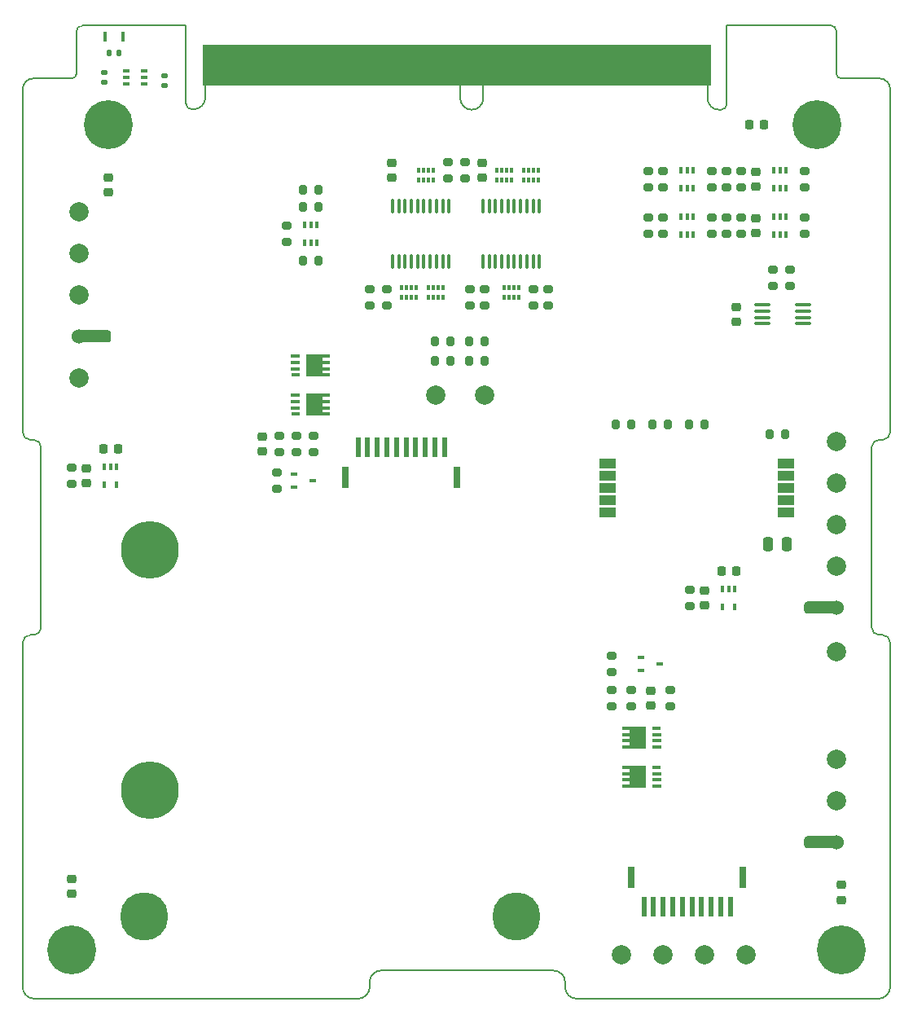
<source format=gts>
G04 #@! TF.GenerationSoftware,KiCad,Pcbnew,7.0.1*
G04 #@! TF.CreationDate,2023-06-21T18:56:17-04:00*
G04 #@! TF.ProjectId,payload-interface-board,7061796c-6f61-4642-9d69-6e7465726661,B*
G04 #@! TF.SameCoordinates,Original*
G04 #@! TF.FileFunction,Soldermask,Top*
G04 #@! TF.FilePolarity,Negative*
%FSLAX46Y46*%
G04 Gerber Fmt 4.6, Leading zero omitted, Abs format (unit mm)*
G04 Created by KiCad (PCBNEW 7.0.1) date 2023-06-21 18:56:17*
%MOMM*%
%LPD*%
G01*
G04 APERTURE LIST*
G04 Aperture macros list*
%AMRoundRect*
0 Rectangle with rounded corners*
0 $1 Rounding radius*
0 $2 $3 $4 $5 $6 $7 $8 $9 X,Y pos of 4 corners*
0 Add a 4 corners polygon primitive as box body*
4,1,4,$2,$3,$4,$5,$6,$7,$8,$9,$2,$3,0*
0 Add four circle primitives for the rounded corners*
1,1,$1+$1,$2,$3*
1,1,$1+$1,$4,$5*
1,1,$1+$1,$6,$7*
1,1,$1+$1,$8,$9*
0 Add four rect primitives between the rounded corners*
20,1,$1+$1,$2,$3,$4,$5,0*
20,1,$1+$1,$4,$5,$6,$7,0*
20,1,$1+$1,$6,$7,$8,$9,0*
20,1,$1+$1,$8,$9,$2,$3,0*%
%AMFreePoly0*
4,1,12,0.105238,2.379067,0.194454,2.319454,0.254067,2.230238,0.275000,2.125000,0.275000,-1.400000,-0.275000,-1.400000,-0.275000,2.125000,-0.254067,2.230238,-0.194454,2.319454,-0.105238,2.379067,0.000000,2.400000,0.105238,2.379067,0.105238,2.379067,$1*%
G04 Aperture macros list end*
%ADD10C,0.100000*%
%ADD11FreePoly0,0.000000*%
%ADD12C,2.000000*%
%ADD13R,0.400000X0.650000*%
%ADD14RoundRect,0.135000X-0.185000X0.135000X-0.185000X-0.135000X0.185000X-0.135000X0.185000X0.135000X0*%
%ADD15RoundRect,0.225000X-0.225000X-0.250000X0.225000X-0.250000X0.225000X0.250000X-0.225000X0.250000X0*%
%ADD16C,1.524000*%
%ADD17RoundRect,0.317500X-1.587500X-0.317500X1.587500X-0.317500X1.587500X0.317500X-1.587500X0.317500X0*%
%ADD18RoundRect,0.200000X-0.275000X0.200000X-0.275000X-0.200000X0.275000X-0.200000X0.275000X0.200000X0*%
%ADD19RoundRect,0.200000X0.275000X-0.200000X0.275000X0.200000X-0.275000X0.200000X-0.275000X-0.200000X0*%
%ADD20RoundRect,0.200000X-0.200000X-0.275000X0.200000X-0.275000X0.200000X0.275000X-0.200000X0.275000X0*%
%ADD21RoundRect,0.225000X-0.250000X0.225000X-0.250000X-0.225000X0.250000X-0.225000X0.250000X0.225000X0*%
%ADD22RoundRect,0.225000X0.250000X-0.225000X0.250000X0.225000X-0.250000X0.225000X-0.250000X-0.225000X0*%
%ADD23R,0.969500X0.340000*%
%ADD24RoundRect,0.200000X0.200000X0.275000X-0.200000X0.275000X-0.200000X-0.275000X0.200000X-0.275000X0*%
%ADD25R,0.400000X0.500000*%
%ADD26R,0.300000X0.500000*%
%ADD27R,0.370000X1.000000*%
%ADD28R,1.778000X1.016000*%
%ADD29RoundRect,0.100000X0.100000X-0.637500X0.100000X0.637500X-0.100000X0.637500X-0.100000X-0.637500X0*%
%ADD30R,0.700000X0.450000*%
%ADD31C,5.080000*%
%ADD32C,5.000000*%
%ADD33C,6.000000*%
%ADD34RoundRect,0.135000X-0.135000X-0.185000X0.135000X-0.185000X0.135000X0.185000X-0.135000X0.185000X0*%
%ADD35R,0.600000X2.075000*%
%ADD36R,0.800000X2.325000*%
%ADD37RoundRect,0.100000X-0.712500X-0.100000X0.712500X-0.100000X0.712500X0.100000X-0.712500X0.100000X0*%
%ADD38RoundRect,0.250000X0.250000X0.475000X-0.250000X0.475000X-0.250000X-0.475000X0.250000X-0.475000X0*%
%ADD39RoundRect,0.317500X1.587500X0.317500X-1.587500X0.317500X-1.587500X-0.317500X1.587500X-0.317500X0*%
%ADD40R,0.650000X0.400000*%
G04 #@! TA.AperFunction,Profile*
%ADD41C,0.200000*%
G04 #@! TD*
G04 APERTURE END LIST*
D10*
X111633839Y-70387167D02*
X58833839Y-70387167D01*
X58833839Y-66187167D01*
X111633839Y-66187167D01*
X111633839Y-70387167D01*
G36*
X111633839Y-70387167D02*
G01*
X58833839Y-70387167D01*
X58833839Y-66187167D01*
X111633839Y-66187167D01*
X111633839Y-70387167D01*
G37*
G36*
X106541000Y-139377000D02*
G01*
X105571500Y-139379000D01*
X105571500Y-139039000D01*
X106541000Y-139039000D01*
X106541000Y-139377000D01*
G37*
G36*
X106541000Y-138729000D02*
G01*
X105571500Y-138731000D01*
X105571500Y-138391000D01*
X106541000Y-138391000D01*
X106541000Y-138729000D01*
G37*
G36*
X106541000Y-138079000D02*
G01*
X105571500Y-138081000D01*
X105571500Y-137741000D01*
X106541000Y-137741000D01*
X106541000Y-138079000D01*
G37*
G36*
X104932000Y-139379000D02*
G01*
X102477000Y-139379000D01*
X102477000Y-139039000D01*
X103221500Y-139039000D01*
X103221500Y-138729000D01*
X102477000Y-138729000D01*
X102477000Y-138389000D01*
X103221500Y-138389000D01*
X103221500Y-138079000D01*
X102477000Y-138079000D01*
X102477000Y-137739000D01*
X103221500Y-137739000D01*
X103221500Y-137429000D01*
X102477000Y-137429000D01*
X102477000Y-137089000D01*
X104932000Y-137089000D01*
X104932000Y-139379000D01*
G37*
G36*
X106552000Y-143441000D02*
G01*
X105582500Y-143443000D01*
X105582500Y-143103000D01*
X106552000Y-143103000D01*
X106552000Y-143441000D01*
G37*
G36*
X106552000Y-142793000D02*
G01*
X105582500Y-142795000D01*
X105582500Y-142455000D01*
X106552000Y-142455000D01*
X106552000Y-142793000D01*
G37*
G36*
X106552000Y-142143000D02*
G01*
X105582500Y-142145000D01*
X105582500Y-141805000D01*
X106552000Y-141805000D01*
X106552000Y-142143000D01*
G37*
G36*
X104943000Y-143443000D02*
G01*
X102488000Y-143443000D01*
X102488000Y-143103000D01*
X103232500Y-143103000D01*
X103232500Y-142793000D01*
X102488000Y-142793000D01*
X102488000Y-142453000D01*
X103232500Y-142453000D01*
X103232500Y-142143000D01*
X102488000Y-142143000D01*
X102488000Y-141803000D01*
X103232500Y-141803000D01*
X103232500Y-141493000D01*
X102488000Y-141493000D01*
X102488000Y-141153000D01*
X104943000Y-141153000D01*
X104943000Y-143443000D01*
G37*
G36*
X68980500Y-102827001D02*
G01*
X68011000Y-102827001D01*
X68011000Y-102489001D01*
X68980500Y-102487001D01*
X68980500Y-102827001D01*
G37*
G36*
X68980500Y-103475001D02*
G01*
X68011000Y-103475001D01*
X68011000Y-103137001D01*
X68980500Y-103135001D01*
X68980500Y-103475001D01*
G37*
G36*
X68980500Y-104125001D02*
G01*
X68011000Y-104125001D01*
X68011000Y-103787001D01*
X68980500Y-103785001D01*
X68980500Y-104125001D01*
G37*
G36*
X72075000Y-102827001D02*
G01*
X71330500Y-102827001D01*
X71330500Y-103137001D01*
X72075000Y-103137001D01*
X72075000Y-103477001D01*
X71330500Y-103477001D01*
X71330500Y-103787001D01*
X72075000Y-103787001D01*
X72075000Y-104127001D01*
X71330500Y-104127001D01*
X71330500Y-104437001D01*
X72075000Y-104437001D01*
X72075000Y-104777001D01*
X69620000Y-104777001D01*
X69620000Y-102487001D01*
X72075000Y-102487001D01*
X72075000Y-102827001D01*
G37*
G36*
X68969499Y-98763000D02*
G01*
X67999999Y-98763000D01*
X67999999Y-98425000D01*
X68969499Y-98423000D01*
X68969499Y-98763000D01*
G37*
G36*
X68969499Y-99411000D02*
G01*
X67999999Y-99411000D01*
X67999999Y-99073000D01*
X68969499Y-99071000D01*
X68969499Y-99411000D01*
G37*
G36*
X68969499Y-100061000D02*
G01*
X67999999Y-100061000D01*
X67999999Y-99723000D01*
X68969499Y-99721000D01*
X68969499Y-100061000D01*
G37*
G36*
X72063999Y-98763000D02*
G01*
X71319499Y-98763000D01*
X71319499Y-99073000D01*
X72063999Y-99073000D01*
X72063999Y-99413000D01*
X71319499Y-99413000D01*
X71319499Y-99723000D01*
X72063999Y-99723000D01*
X72063999Y-100063000D01*
X71319499Y-100063000D01*
X71319499Y-100373000D01*
X72063999Y-100373000D01*
X72063999Y-100713000D01*
X69608999Y-100713000D01*
X69608999Y-98423000D01*
X72063999Y-98423000D01*
X72063999Y-98763000D01*
G37*
D11*
X60033839Y-68787167D03*
X60833839Y-68787167D03*
X61633839Y-68787167D03*
X62433839Y-68787167D03*
X63233839Y-68787167D03*
X64033839Y-68787167D03*
X64833839Y-68787167D03*
X65633839Y-68787167D03*
X66433839Y-68787167D03*
X67233839Y-68787167D03*
X68033839Y-68787167D03*
X68833839Y-68787167D03*
X69633839Y-68787167D03*
X70433839Y-68787167D03*
X71233839Y-68787167D03*
X72033839Y-68787167D03*
X72833839Y-68787167D03*
X73633839Y-68787167D03*
X74433839Y-68787167D03*
X75233839Y-68787167D03*
X76033839Y-68787167D03*
X76833839Y-68787167D03*
X77633839Y-68787167D03*
X78433839Y-68787167D03*
X79233839Y-68787167D03*
X80033839Y-68787167D03*
X80833839Y-68787167D03*
X81633839Y-68787167D03*
X82433839Y-68787167D03*
X83233839Y-68787167D03*
X84033839Y-68787167D03*
X84833839Y-68787167D03*
X88833839Y-68787167D03*
X89633839Y-68787167D03*
X90433839Y-68787167D03*
X91233839Y-68787167D03*
X92033839Y-68787167D03*
X92833839Y-68787167D03*
X93633839Y-68787167D03*
X94433839Y-68787167D03*
X95233839Y-68787167D03*
X96033839Y-68787167D03*
X96833839Y-68787167D03*
X97633839Y-68787167D03*
X98433839Y-68787167D03*
X99233839Y-68787167D03*
X100033839Y-68787167D03*
X100833839Y-68787167D03*
X101633839Y-68787167D03*
X102433839Y-68787167D03*
X103233839Y-68787167D03*
X104033839Y-68787167D03*
X104833839Y-68787167D03*
X105633839Y-68787167D03*
X106433839Y-68787167D03*
X107233839Y-68787167D03*
X108033839Y-68787167D03*
X108833839Y-68787167D03*
X109633839Y-68787167D03*
X110433839Y-68787167D03*
D12*
X124714000Y-144780000D03*
D13*
X69454000Y-86802000D03*
X70104000Y-86802000D03*
X70754000Y-86802000D03*
X70754000Y-84902000D03*
X70104000Y-84902000D03*
X69454000Y-84902000D03*
D14*
X54864000Y-69467000D03*
X54864000Y-70487000D03*
D12*
X45974000Y-83566000D03*
D14*
X48641000Y-69086000D03*
X48641000Y-70106000D03*
D15*
X48501000Y-108204000D03*
X50051000Y-108204000D03*
D12*
X45974000Y-92202000D03*
D16*
X124714000Y-124714000D03*
D17*
X123266200Y-124714000D03*
D18*
X88138000Y-91631000D03*
X88138000Y-93281000D03*
D19*
X101346000Y-131381000D03*
X101346000Y-129731000D03*
D20*
X105601000Y-105664000D03*
X107251000Y-105664000D03*
D12*
X124714000Y-120396000D03*
D18*
X76200000Y-91631000D03*
X76200000Y-93281000D03*
D19*
X114808001Y-85852000D03*
X114808001Y-84202000D03*
D18*
X119888000Y-89599000D03*
X119888000Y-91249000D03*
D12*
X110998000Y-160782000D03*
D13*
X114188000Y-122748000D03*
X113538000Y-122748000D03*
X112888000Y-122748000D03*
X112888000Y-124648000D03*
X114188000Y-124648000D03*
D12*
X83121000Y-102616000D03*
D19*
X105155999Y-85852000D03*
X105155999Y-84202000D03*
D21*
X125222000Y-153530000D03*
X125222000Y-155080000D03*
D22*
X46736000Y-111773000D03*
X46736000Y-110223000D03*
D18*
X106680000Y-84202000D03*
X106680000Y-85852000D03*
D13*
X118222000Y-85976999D03*
X118872000Y-85976999D03*
X119522000Y-85976999D03*
X119522000Y-84076999D03*
X118872000Y-84076999D03*
X118222000Y-84076999D03*
D21*
X116331999Y-84252000D03*
X116331999Y-85802000D03*
D18*
X66802000Y-106871000D03*
X66802000Y-108521000D03*
X118110000Y-89599000D03*
X118110000Y-91249000D03*
D20*
X69279000Y-81280000D03*
X70929000Y-81280000D03*
D12*
X88201000Y-102616000D03*
D19*
X105156000Y-81026001D03*
X105156000Y-79376001D03*
D22*
X110998000Y-124473000D03*
X110998000Y-122923000D03*
D23*
X106056250Y-137259000D03*
D24*
X70929000Y-83058000D03*
X69279000Y-83058000D03*
D25*
X82792000Y-79256000D03*
D26*
X82292000Y-79256000D03*
X81792000Y-79256000D03*
D25*
X81292000Y-79256000D03*
X81292000Y-80256000D03*
D26*
X81792000Y-80256000D03*
X82292000Y-80256000D03*
D25*
X82792000Y-80256000D03*
D23*
X106067250Y-141323000D03*
D18*
X113283999Y-79376000D03*
X113283999Y-81026000D03*
D27*
X48727000Y-65405000D03*
X50587000Y-65405000D03*
D21*
X65024000Y-106921000D03*
X65024000Y-108471000D03*
D12*
X124714000Y-116078000D03*
D28*
X119507000Y-114808000D03*
X119507000Y-113538000D03*
X119507000Y-112268000D03*
X119507000Y-110998000D03*
X119507000Y-109728000D03*
X100965000Y-109728000D03*
X100965000Y-110998000D03*
X100965000Y-112268000D03*
X100965000Y-113538000D03*
X100965000Y-114808000D03*
D12*
X45974000Y-100838000D03*
D13*
X118222000Y-81151000D03*
X118872000Y-81151000D03*
X119522000Y-81151000D03*
X119522000Y-79251000D03*
X118872000Y-79251000D03*
X118222000Y-79251000D03*
D12*
X115316000Y-160782000D03*
D18*
X106680000Y-79376000D03*
X106680000Y-81026000D03*
D29*
X78609000Y-88714500D03*
X79259000Y-88714500D03*
X79909000Y-88714500D03*
X80559000Y-88714500D03*
X81209000Y-88714500D03*
X81859000Y-88714500D03*
X82509000Y-88714500D03*
X83159000Y-88714500D03*
X83809000Y-88714500D03*
X84459000Y-88714500D03*
X84459000Y-82989500D03*
X83809000Y-82989500D03*
X83159000Y-82989500D03*
X82509000Y-82989500D03*
X81859000Y-82989500D03*
X81209000Y-82989500D03*
X80559000Y-82989500D03*
X79909000Y-82989500D03*
X79259000Y-82989500D03*
X78609000Y-82989500D03*
D24*
X84645000Y-99060000D03*
X82995000Y-99060000D03*
D12*
X102362000Y-160782000D03*
D18*
X45212000Y-110173000D03*
X45212000Y-111823000D03*
D30*
X68342000Y-110856000D03*
X68342000Y-112156000D03*
X70342000Y-111506000D03*
D31*
X49022000Y-74549000D03*
D22*
X105410000Y-134887000D03*
X105410000Y-133337000D03*
D15*
X112763000Y-120904000D03*
X114313000Y-120904000D03*
D22*
X87884000Y-80023000D03*
X87884000Y-78473000D03*
D31*
X125222000Y-160274000D03*
D12*
X45974000Y-87884000D03*
D32*
X52740000Y-156810000D03*
X91440000Y-156810000D03*
D33*
X53340000Y-143710000D03*
X53340000Y-118710000D03*
D34*
X49147000Y-67056000D03*
X50167000Y-67056000D03*
D35*
X104720000Y-155828500D03*
X105720000Y-155828500D03*
X106720000Y-155828500D03*
X107720000Y-155828500D03*
X108720000Y-155828500D03*
X109720000Y-155828500D03*
X110720000Y-155828500D03*
X111720000Y-155828500D03*
X112720000Y-155828500D03*
X113720000Y-155828500D03*
D36*
X103420000Y-152728500D03*
X115020000Y-152728500D03*
D30*
X104410000Y-129906000D03*
X104410000Y-131206000D03*
X106410000Y-130556000D03*
D18*
X111760001Y-84202000D03*
X111760001Y-85852000D03*
D37*
X117013500Y-93259000D03*
X117013500Y-93909000D03*
X117013500Y-94559000D03*
X117013500Y-95209000D03*
X121238500Y-95209000D03*
X121238500Y-94559000D03*
X121238500Y-93909000D03*
X121238500Y-93259000D03*
D16*
X124714000Y-149098000D03*
D17*
X123266200Y-149098000D03*
D21*
X45212000Y-152895000D03*
X45212000Y-154445000D03*
X114300000Y-93459000D03*
X114300000Y-95009000D03*
D24*
X70929000Y-88646000D03*
X69279000Y-88646000D03*
D19*
X103378000Y-134937000D03*
X103378000Y-133287000D03*
D20*
X109411000Y-105664000D03*
X111061000Y-105664000D03*
D18*
X77978000Y-91631000D03*
X77978000Y-93281000D03*
D12*
X124714000Y-111760000D03*
D18*
X111760001Y-79375999D03*
X111760001Y-81025999D03*
D35*
X84002000Y-108044500D03*
X83002000Y-108044500D03*
X82002000Y-108044500D03*
X81002000Y-108044500D03*
X80002000Y-108044500D03*
X79002000Y-108044500D03*
X78002000Y-108044500D03*
X77002000Y-108044500D03*
X76002000Y-108044500D03*
X75002000Y-108044500D03*
D36*
X85302000Y-111144500D03*
X73702000Y-111144500D03*
D25*
X82308000Y-92448000D03*
D26*
X82808000Y-92448000D03*
X83308000Y-92448000D03*
D25*
X83808000Y-92448000D03*
X83808000Y-91448000D03*
D26*
X83308000Y-91448000D03*
X82808000Y-91448000D03*
D25*
X82308000Y-91448000D03*
X91682000Y-91448000D03*
D26*
X91182000Y-91448000D03*
X90682000Y-91448000D03*
D25*
X90182000Y-91448000D03*
X90182000Y-92448000D03*
D26*
X90682000Y-92448000D03*
X91182000Y-92448000D03*
D25*
X91682000Y-92448000D03*
D12*
X124714000Y-107442000D03*
D20*
X86551000Y-97028000D03*
X88201000Y-97028000D03*
D18*
X70358000Y-106871000D03*
X70358000Y-108521000D03*
D31*
X45212000Y-160274000D03*
D18*
X84328000Y-78423000D03*
X84328000Y-80073000D03*
D13*
X49926000Y-110048000D03*
X49276000Y-110048000D03*
X48626000Y-110048000D03*
X48626000Y-111948000D03*
X49926000Y-111948000D03*
D18*
X86614000Y-91631000D03*
X86614000Y-93281000D03*
D13*
X108569999Y-81151000D03*
X109219999Y-81151000D03*
X109869999Y-81151000D03*
X109869999Y-79251000D03*
X109219999Y-79251000D03*
X108569999Y-79251000D03*
D12*
X124714000Y-140462000D03*
X106680000Y-160782000D03*
D24*
X84645000Y-97028000D03*
X82995000Y-97028000D03*
D38*
X119568000Y-118110000D03*
X117668000Y-118110000D03*
D18*
X68580000Y-106871000D03*
X68580000Y-108521000D03*
X86106000Y-78423000D03*
X86106000Y-80073000D03*
D25*
X92214000Y-80248000D03*
D26*
X92714000Y-80248000D03*
X93214000Y-80248000D03*
D25*
X93714000Y-80248000D03*
X93714000Y-79248000D03*
D26*
X93214000Y-79248000D03*
X92714000Y-79248000D03*
D25*
X92214000Y-79248000D03*
D18*
X93218000Y-91631000D03*
X93218000Y-93281000D03*
D20*
X117793000Y-106680000D03*
X119443000Y-106680000D03*
D19*
X67564000Y-86677000D03*
X67564000Y-85027000D03*
D21*
X116332000Y-79426000D03*
X116332000Y-80976000D03*
D19*
X66548000Y-112331000D03*
X66548000Y-110681000D03*
D23*
X68495750Y-104607001D03*
D25*
X79514000Y-92448000D03*
D26*
X80014000Y-92448000D03*
X80514000Y-92448000D03*
D25*
X81014000Y-92448000D03*
X81014000Y-91448000D03*
D26*
X80514000Y-91448000D03*
X80014000Y-91448000D03*
D25*
X79514000Y-91448000D03*
D18*
X109474000Y-122873000D03*
X109474000Y-124523000D03*
D23*
X68484749Y-100543000D03*
D19*
X101346000Y-134937000D03*
X101346000Y-133287000D03*
D15*
X115671000Y-74536000D03*
X117221000Y-74536000D03*
D18*
X121412000Y-79376000D03*
X121412000Y-81026000D03*
X94742000Y-91631000D03*
X94742000Y-93281000D03*
D19*
X114808000Y-81026000D03*
X114808000Y-79376000D03*
D29*
X88007000Y-88714500D03*
X88657000Y-88714500D03*
X89307000Y-88714500D03*
X89957000Y-88714500D03*
X90607000Y-88714500D03*
X91257000Y-88714500D03*
X91907000Y-88714500D03*
X92557000Y-88714500D03*
X93207000Y-88714500D03*
X93857000Y-88714500D03*
X93857000Y-82989500D03*
X93207000Y-82989500D03*
X92557000Y-82989500D03*
X91907000Y-82989500D03*
X91257000Y-82989500D03*
X90607000Y-82989500D03*
X89957000Y-82989500D03*
X89307000Y-82989500D03*
X88657000Y-82989500D03*
X88007000Y-82989500D03*
D19*
X107442000Y-134937000D03*
X107442000Y-133287000D03*
D20*
X101791000Y-105664000D03*
X103441000Y-105664000D03*
D16*
X45974000Y-96520000D03*
D39*
X47421800Y-96520000D03*
D18*
X121412000Y-84202000D03*
X121412000Y-85852000D03*
X113284000Y-84202000D03*
X113284000Y-85852000D03*
D40*
X50876000Y-68946000D03*
X50876000Y-69596000D03*
X50876000Y-70246000D03*
X52776000Y-70246000D03*
X52776000Y-69596000D03*
X52776000Y-68946000D03*
D12*
X124714000Y-129286000D03*
D25*
X89420000Y-80256000D03*
D26*
X89920000Y-80256000D03*
X90420000Y-80256000D03*
D25*
X90920000Y-80256000D03*
X90920000Y-79256000D03*
D26*
X90420000Y-79256000D03*
X89920000Y-79256000D03*
D25*
X89420000Y-79256000D03*
D31*
X122682000Y-74549000D03*
D13*
X108570000Y-85977000D03*
X109220000Y-85977000D03*
X109870000Y-85977000D03*
X109870000Y-84077000D03*
X109220000Y-84077000D03*
X108570000Y-84077000D03*
D22*
X49022000Y-81547000D03*
X49022000Y-79997000D03*
X78486000Y-80023000D03*
X78486000Y-78473000D03*
D20*
X86551000Y-99060000D03*
X88201000Y-99060000D03*
D41*
X40150002Y-106498198D02*
G75*
G03*
X40912002Y-107260198I761998J-2D01*
G01*
X113333777Y-66287181D02*
X113333777Y-64205481D01*
X42055002Y-126792798D02*
X42055002Y-108022198D01*
X75024202Y-165350002D02*
G75*
G03*
X76218002Y-164156198I-2J1193802D01*
G01*
X51653814Y-64224163D02*
X56353749Y-64224163D01*
X40912002Y-107260198D02*
X41293002Y-107260198D01*
X129177002Y-107260198D02*
X129558002Y-107260198D01*
X129126202Y-165350002D02*
G75*
G03*
X130320002Y-164156198I-2J1193802D01*
G01*
X41250447Y-69707497D02*
X45250447Y-69707497D01*
X57133767Y-72337133D02*
G75*
G03*
X57708839Y-72912133I574933J-67D01*
G01*
X96538002Y-163622798D02*
G75*
G03*
X95344202Y-162428998I-1193802J-2D01*
G01*
X88033820Y-66387153D02*
X111333822Y-66387153D01*
X113333777Y-64205481D02*
X124165094Y-64205481D01*
X45250447Y-69707503D02*
G75*
G03*
X45733603Y-69224341I-47J483203D01*
G01*
X129558002Y-107260202D02*
G75*
G03*
X130320002Y-106498198I-2J762002D01*
G01*
X112533820Y-72962161D02*
X112758813Y-72962161D01*
X111333839Y-71762171D02*
G75*
G03*
X112533819Y-72962161I1199961J-29D01*
G01*
X129177002Y-107260202D02*
G75*
G03*
X128415002Y-108022198I-2J-761998D01*
G01*
X125217127Y-69707497D02*
X129217124Y-69707497D01*
X76218002Y-164156198D02*
X76218002Y-163622798D01*
X40150002Y-106498198D02*
X40150002Y-70807942D01*
X45733603Y-69224341D02*
X45733786Y-64799170D01*
X57933832Y-72912120D02*
G75*
G03*
X59133820Y-71712142I-32J1200020D01*
G01*
X130320000Y-70810375D02*
G75*
G03*
X129217124Y-69707500I-1102900J-25D01*
G01*
X40912002Y-127554802D02*
G75*
G03*
X40150002Y-128316798I-2J-761998D01*
G01*
X40912002Y-127554798D02*
X41293002Y-127554798D01*
X130320002Y-164156198D02*
X130320002Y-128316798D01*
X124733785Y-69224155D02*
X124733785Y-64774172D01*
X128415002Y-126792798D02*
X128415002Y-108022198D01*
X124733803Y-69224155D02*
G75*
G03*
X125217127Y-69707497I483297J-45D01*
G01*
X57133803Y-66237151D02*
X57133803Y-64224170D01*
X40149993Y-164079998D02*
X40150002Y-128316798D01*
X85633830Y-71762154D02*
X85633830Y-66387163D01*
X96538002Y-164156198D02*
G75*
G03*
X97731802Y-165349998I1193798J-2D01*
G01*
X97731802Y-165349998D02*
X129126202Y-165349998D01*
X129177002Y-127554798D02*
X129558002Y-127554798D01*
X59133820Y-66387150D02*
X85633820Y-66387153D01*
X112758813Y-72962113D02*
G75*
G03*
X113333813Y-72387164I87J574913D01*
G01*
X77411802Y-162428998D02*
X95344202Y-162428998D01*
X41293002Y-127554802D02*
G75*
G03*
X42055002Y-126792798I-2J762002D01*
G01*
X128415002Y-126792798D02*
G75*
G03*
X129177002Y-127554798I761998J-2D01*
G01*
X88033810Y-71762154D02*
X88033810Y-66387163D01*
X113333813Y-72387161D02*
X113333813Y-66287163D01*
X57133839Y-72337131D02*
X57133839Y-66237133D01*
X57708839Y-72912131D02*
X57933832Y-72912131D01*
X46308798Y-64224158D02*
X51653807Y-64224158D01*
X41250447Y-69707502D02*
G75*
G03*
X40150002Y-70807942I-47J-1100398D01*
G01*
X77411802Y-162429002D02*
G75*
G03*
X76218002Y-163622798I-2J-1193798D01*
G01*
X46308798Y-64224186D02*
G75*
G03*
X45733786Y-64799170I2J-575014D01*
G01*
X42055002Y-108022198D02*
G75*
G03*
X41293002Y-107260198I-762002J-2D01*
G01*
X41267602Y-165349995D02*
X75024202Y-165349998D01*
X40150003Y-164079998D02*
G75*
G03*
X41267602Y-165349998I1193797J-76202D01*
G01*
X85633790Y-71762154D02*
G75*
G03*
X88033810Y-71762170I1200010J-46D01*
G01*
X56353754Y-64224170D02*
X57133803Y-64224170D01*
X130320002Y-128316798D02*
G75*
G03*
X129558002Y-127554798I-762002J-2D01*
G01*
X59133820Y-71712123D02*
X59133820Y-66387153D01*
X111333832Y-71762154D02*
X111333832Y-66387163D01*
X96538002Y-164156198D02*
X96538002Y-163622798D01*
X124733719Y-64774172D02*
G75*
G03*
X124165094Y-64205481I-568619J72D01*
G01*
X130320002Y-106498198D02*
X130320002Y-70810375D01*
M02*

</source>
